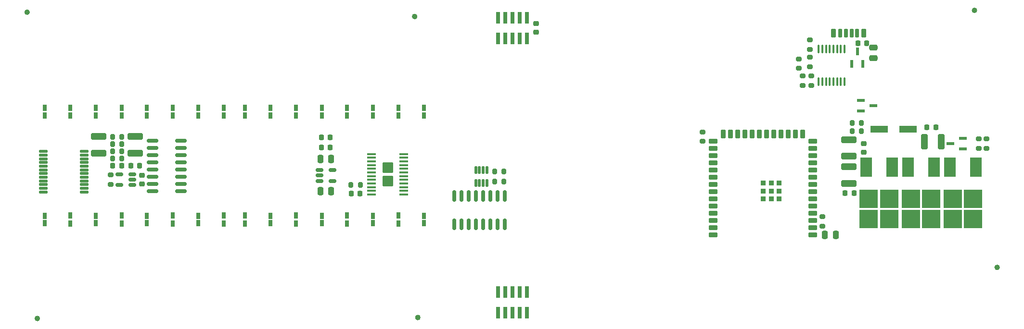
<source format=gtp>
G04 #@! TF.GenerationSoftware,KiCad,Pcbnew,(7.0.0-122-g9f10c142c4)*
G04 #@! TF.CreationDate,2023-02-26T11:30:32+09:00*
G04 #@! TF.ProjectId,qLAMP-main,714c414d-502d-46d6-9169-6e2e6b696361,rev?*
G04 #@! TF.SameCoordinates,Original*
G04 #@! TF.FileFunction,Paste,Top*
G04 #@! TF.FilePolarity,Positive*
%FSLAX46Y46*%
G04 Gerber Fmt 4.6, Leading zero omitted, Abs format (unit mm)*
G04 Created by KiCad (PCBNEW (7.0.0-122-g9f10c142c4)) date 2023-02-26 11:30:32*
%MOMM*%
%LPD*%
G01*
G04 APERTURE LIST*
G04 Aperture macros list*
%AMRoundRect*
0 Rectangle with rounded corners*
0 $1 Rounding radius*
0 $2 $3 $4 $5 $6 $7 $8 $9 X,Y pos of 4 corners*
0 Add a 4 corners polygon primitive as box body*
4,1,4,$2,$3,$4,$5,$6,$7,$8,$9,$2,$3,0*
0 Add four circle primitives for the rounded corners*
1,1,$1+$1,$2,$3*
1,1,$1+$1,$4,$5*
1,1,$1+$1,$6,$7*
1,1,$1+$1,$8,$9*
0 Add four rect primitives between the rounded corners*
20,1,$1+$1,$2,$3,$4,$5,0*
20,1,$1+$1,$4,$5,$6,$7,0*
20,1,$1+$1,$6,$7,$8,$9,0*
20,1,$1+$1,$8,$9,$2,$3,0*%
G04 Aperture macros list end*
%ADD10C,0.475000*%
%ADD11C,0.120000*%
%ADD12RoundRect,0.100000X-0.100000X0.637500X-0.100000X-0.637500X0.100000X-0.637500X0.100000X0.637500X0*%
%ADD13RoundRect,0.150000X-0.512500X-0.150000X0.512500X-0.150000X0.512500X0.150000X-0.512500X0.150000X0*%
%ADD14RoundRect,0.250000X-0.250000X-0.475000X0.250000X-0.475000X0.250000X0.475000X-0.250000X0.475000X0*%
%ADD15R,3.098800X1.219200*%
%ADD16RoundRect,0.225000X-0.225000X-0.250000X0.225000X-0.250000X0.225000X0.250000X-0.225000X0.250000X0*%
%ADD17RoundRect,0.250000X-0.325000X-1.100000X0.325000X-1.100000X0.325000X1.100000X-0.325000X1.100000X0*%
%ADD18RoundRect,0.250000X-1.100000X0.325000X-1.100000X-0.325000X1.100000X-0.325000X1.100000X0.325000X0*%
%ADD19RoundRect,0.250000X0.250000X0.475000X-0.250000X0.475000X-0.250000X-0.475000X0.250000X-0.475000X0*%
%ADD20RoundRect,0.250000X1.100000X-0.325000X1.100000X0.325000X-1.100000X0.325000X-1.100000X-0.325000X0*%
%ADD21RoundRect,0.000000X0.700000X0.175671X-0.700000X0.175671X-0.700000X-0.175671X0.700000X-0.175671X0*%
%ADD22RoundRect,0.225000X-0.250000X0.225000X-0.250000X-0.225000X0.250000X-0.225000X0.250000X0.225000X0*%
%ADD23RoundRect,0.109795X-0.109795X0.552705X-0.109795X-0.552705X0.109795X-0.552705X0.109795X0.552705X0*%
%ADD24RoundRect,0.150000X0.512500X0.150000X-0.512500X0.150000X-0.512500X-0.150000X0.512500X-0.150000X0*%
%ADD25RoundRect,0.200000X0.200000X0.275000X-0.200000X0.275000X-0.200000X-0.275000X0.200000X-0.275000X0*%
%ADD26RoundRect,0.150000X-0.150000X0.825000X-0.150000X-0.825000X0.150000X-0.825000X0.150000X0.825000X0*%
%ADD27R,1.320800X0.558800*%
%ADD28R,0.558800X1.320800*%
%ADD29RoundRect,0.250000X0.715000X0.695000X-0.715000X0.695000X-0.715000X-0.695000X0.715000X-0.695000X0*%
%ADD30RoundRect,0.100000X0.687500X0.100000X-0.687500X0.100000X-0.687500X-0.100000X0.687500X-0.100000X0*%
%ADD31RoundRect,0.200000X0.275000X-0.200000X0.275000X0.200000X-0.275000X0.200000X-0.275000X-0.200000X0*%
%ADD32RoundRect,0.200000X-0.275000X0.200000X-0.275000X-0.200000X0.275000X-0.200000X0.275000X0.200000X0*%
%ADD33RoundRect,0.200000X-0.200000X-0.275000X0.200000X-0.275000X0.200000X0.275000X-0.200000X0.275000X0*%
%ADD34RoundRect,0.225000X0.225000X0.250000X-0.225000X0.250000X-0.225000X-0.250000X0.225000X-0.250000X0*%
%ADD35RoundRect,0.100000X0.250000X0.650000X-0.250000X0.650000X-0.250000X-0.650000X0.250000X-0.650000X0*%
%ADD36RoundRect,0.100000X0.300000X0.650000X-0.300000X0.650000X-0.300000X-0.650000X0.300000X-0.650000X0*%
%ADD37RoundRect,0.150000X-0.825000X-0.150000X0.825000X-0.150000X0.825000X0.150000X-0.825000X0.150000X0*%
%ADD38R,0.750000X2.100000*%
%ADD39RoundRect,0.250000X0.475000X-0.250000X0.475000X0.250000X-0.475000X0.250000X-0.475000X-0.250000X0*%
%ADD40RoundRect,0.225000X0.525000X0.225000X-0.525000X0.225000X-0.525000X-0.225000X0.525000X-0.225000X0*%
%ADD41RoundRect,0.225000X-0.225000X0.525000X-0.225000X-0.525000X0.225000X-0.525000X0.225000X0.525000X0*%
%ADD42RoundRect,0.225000X-0.525000X-0.225000X0.525000X-0.225000X0.525000X0.225000X-0.525000X0.225000X0*%
%ADD43RoundRect,0.225000X-0.225000X-0.225000X0.225000X-0.225000X0.225000X0.225000X-0.225000X0.225000X0*%
%ADD44R,3.300000X3.300000*%
%ADD45R,2.000000X3.500000*%
G04 APERTURE END LIST*
D10*
X145217500Y-88830000D02*
G75*
G03*
X145217500Y-88830000I-237500J0D01*
G01*
X78277500Y-89000000D02*
G75*
G03*
X78277500Y-89000000I-237500J0D01*
G01*
X76473500Y-35000000D02*
G75*
G03*
X76473500Y-35000000I-237500J0D01*
G01*
X247152500Y-80000000D02*
G75*
G03*
X247152500Y-80000000I-237500J0D01*
G01*
X144662500Y-35770000D02*
G75*
G03*
X144662500Y-35770000I-237500J0D01*
G01*
X243162500Y-34690000D02*
G75*
G03*
X243162500Y-34690000I-237500J0D01*
G01*
G36*
X128332219Y-72651633D02*
G01*
X127732219Y-72651633D01*
X127732219Y-71651633D01*
X128332219Y-71651633D01*
X128332219Y-72651633D01*
G37*
D11*
X128332219Y-72651633D02*
X127732219Y-72651633D01*
X127732219Y-71651633D01*
X128332219Y-71651633D01*
X128332219Y-72651633D01*
G36*
X128332219Y-71351633D02*
G01*
X127732219Y-71351633D01*
X127732219Y-70351633D01*
X128332219Y-70351633D01*
X128332219Y-71351633D01*
G37*
X128332219Y-71351633D02*
X127732219Y-71351633D01*
X127732219Y-70351633D01*
X128332219Y-70351633D01*
X128332219Y-71351633D01*
G36*
X123802219Y-72701633D02*
G01*
X123202219Y-72701633D01*
X123202219Y-71701633D01*
X123802219Y-71701633D01*
X123802219Y-72701633D01*
G37*
X123802219Y-72701633D02*
X123202219Y-72701633D01*
X123202219Y-71701633D01*
X123802219Y-71701633D01*
X123802219Y-72701633D01*
G36*
X123802219Y-71301633D02*
G01*
X123202219Y-71301633D01*
X123202219Y-70301633D01*
X123802219Y-70301633D01*
X123802219Y-71301633D01*
G37*
X123802219Y-71301633D02*
X123202219Y-71301633D01*
X123202219Y-70301633D01*
X123802219Y-70301633D01*
X123802219Y-71301633D01*
G36*
X137332219Y-53652054D02*
G01*
X136732219Y-53652054D01*
X136732219Y-52652054D01*
X137332219Y-52652054D01*
X137332219Y-53652054D01*
G37*
X137332219Y-53652054D02*
X136732219Y-53652054D01*
X136732219Y-52652054D01*
X137332219Y-52652054D01*
X137332219Y-53652054D01*
G36*
X137332219Y-52352054D02*
G01*
X136732219Y-52352054D01*
X136732219Y-51352054D01*
X137332219Y-51352054D01*
X137332219Y-52352054D01*
G37*
X137332219Y-52352054D02*
X136732219Y-52352054D01*
X136732219Y-51352054D01*
X137332219Y-51352054D01*
X137332219Y-52352054D01*
G36*
X132802219Y-53702054D02*
G01*
X132202219Y-53702054D01*
X132202219Y-52702054D01*
X132802219Y-52702054D01*
X132802219Y-53702054D01*
G37*
X132802219Y-53702054D02*
X132202219Y-53702054D01*
X132202219Y-52702054D01*
X132802219Y-52702054D01*
X132802219Y-53702054D01*
G36*
X132802219Y-52302054D02*
G01*
X132202219Y-52302054D01*
X132202219Y-51302054D01*
X132802219Y-51302054D01*
X132802219Y-52302054D01*
G37*
X132802219Y-52302054D02*
X132202219Y-52302054D01*
X132202219Y-51302054D01*
X132802219Y-51302054D01*
X132802219Y-52302054D01*
G36*
X97582211Y-71351633D02*
G01*
X96982211Y-71351633D01*
X96982211Y-70351633D01*
X97582211Y-70351633D01*
X97582211Y-71351633D01*
G37*
X97582211Y-71351633D02*
X96982211Y-71351633D01*
X96982211Y-70351633D01*
X97582211Y-70351633D01*
X97582211Y-71351633D01*
G36*
X97582211Y-72651633D02*
G01*
X96982211Y-72651633D01*
X96982211Y-71651633D01*
X97582211Y-71651633D01*
X97582211Y-72651633D01*
G37*
X97582211Y-72651633D02*
X96982211Y-72651633D01*
X96982211Y-71651633D01*
X97582211Y-71651633D01*
X97582211Y-72651633D01*
G36*
X102112211Y-71301633D02*
G01*
X101512211Y-71301633D01*
X101512211Y-70301633D01*
X102112211Y-70301633D01*
X102112211Y-71301633D01*
G37*
X102112211Y-71301633D02*
X101512211Y-71301633D01*
X101512211Y-70301633D01*
X102112211Y-70301633D01*
X102112211Y-71301633D01*
G36*
X102112211Y-72701633D02*
G01*
X101512211Y-72701633D01*
X101512211Y-71701633D01*
X102112211Y-71701633D01*
X102112211Y-72701633D01*
G37*
X102112211Y-72701633D02*
X101512211Y-72701633D01*
X101512211Y-71701633D01*
X102112211Y-71701633D01*
X102112211Y-72701633D01*
G36*
X97582211Y-52352054D02*
G01*
X96982211Y-52352054D01*
X96982211Y-51352054D01*
X97582211Y-51352054D01*
X97582211Y-52352054D01*
G37*
X97582211Y-52352054D02*
X96982211Y-52352054D01*
X96982211Y-51352054D01*
X97582211Y-51352054D01*
X97582211Y-52352054D01*
G36*
X97582211Y-53652054D02*
G01*
X96982211Y-53652054D01*
X96982211Y-52652054D01*
X97582211Y-52652054D01*
X97582211Y-53652054D01*
G37*
X97582211Y-53652054D02*
X96982211Y-53652054D01*
X96982211Y-52652054D01*
X97582211Y-52652054D01*
X97582211Y-53652054D01*
G36*
X102112211Y-52302054D02*
G01*
X101512211Y-52302054D01*
X101512211Y-51302054D01*
X102112211Y-51302054D01*
X102112211Y-52302054D01*
G37*
X102112211Y-52302054D02*
X101512211Y-52302054D01*
X101512211Y-51302054D01*
X102112211Y-51302054D01*
X102112211Y-52302054D01*
G36*
X102112211Y-53702054D02*
G01*
X101512211Y-53702054D01*
X101512211Y-52702054D01*
X102112211Y-52702054D01*
X102112211Y-53702054D01*
G37*
X102112211Y-53702054D02*
X101512211Y-53702054D01*
X101512211Y-52702054D01*
X102112211Y-52702054D01*
X102112211Y-53702054D01*
G36*
X79582211Y-71351633D02*
G01*
X78982211Y-71351633D01*
X78982211Y-70351633D01*
X79582211Y-70351633D01*
X79582211Y-71351633D01*
G37*
X79582211Y-71351633D02*
X78982211Y-71351633D01*
X78982211Y-70351633D01*
X79582211Y-70351633D01*
X79582211Y-71351633D01*
G36*
X79582211Y-72651633D02*
G01*
X78982211Y-72651633D01*
X78982211Y-71651633D01*
X79582211Y-71651633D01*
X79582211Y-72651633D01*
G37*
X79582211Y-72651633D02*
X78982211Y-72651633D01*
X78982211Y-71651633D01*
X79582211Y-71651633D01*
X79582211Y-72651633D01*
G36*
X84112211Y-71301633D02*
G01*
X83512211Y-71301633D01*
X83512211Y-70301633D01*
X84112211Y-70301633D01*
X84112211Y-71301633D01*
G37*
X84112211Y-71301633D02*
X83512211Y-71301633D01*
X83512211Y-70301633D01*
X84112211Y-70301633D01*
X84112211Y-71301633D01*
G36*
X84112211Y-72701633D02*
G01*
X83512211Y-72701633D01*
X83512211Y-71701633D01*
X84112211Y-71701633D01*
X84112211Y-72701633D01*
G37*
X84112211Y-72701633D02*
X83512211Y-72701633D01*
X83512211Y-71701633D01*
X84112211Y-71701633D01*
X84112211Y-72701633D01*
G36*
X119332219Y-72651633D02*
G01*
X118732219Y-72651633D01*
X118732219Y-71651633D01*
X119332219Y-71651633D01*
X119332219Y-72651633D01*
G37*
X119332219Y-72651633D02*
X118732219Y-72651633D01*
X118732219Y-71651633D01*
X119332219Y-71651633D01*
X119332219Y-72651633D01*
G36*
X119332219Y-71351633D02*
G01*
X118732219Y-71351633D01*
X118732219Y-70351633D01*
X119332219Y-70351633D01*
X119332219Y-71351633D01*
G37*
X119332219Y-71351633D02*
X118732219Y-71351633D01*
X118732219Y-70351633D01*
X119332219Y-70351633D01*
X119332219Y-71351633D01*
G36*
X114802219Y-72701633D02*
G01*
X114202219Y-72701633D01*
X114202219Y-71701633D01*
X114802219Y-71701633D01*
X114802219Y-72701633D01*
G37*
X114802219Y-72701633D02*
X114202219Y-72701633D01*
X114202219Y-71701633D01*
X114802219Y-71701633D01*
X114802219Y-72701633D01*
G36*
X114802219Y-71301633D02*
G01*
X114202219Y-71301633D01*
X114202219Y-70301633D01*
X114802219Y-70301633D01*
X114802219Y-71301633D01*
G37*
X114802219Y-71301633D02*
X114202219Y-71301633D01*
X114202219Y-70301633D01*
X114802219Y-70301633D01*
X114802219Y-71301633D01*
G36*
X106582211Y-71351633D02*
G01*
X105982211Y-71351633D01*
X105982211Y-70351633D01*
X106582211Y-70351633D01*
X106582211Y-71351633D01*
G37*
X106582211Y-71351633D02*
X105982211Y-71351633D01*
X105982211Y-70351633D01*
X106582211Y-70351633D01*
X106582211Y-71351633D01*
G36*
X106582211Y-72651633D02*
G01*
X105982211Y-72651633D01*
X105982211Y-71651633D01*
X106582211Y-71651633D01*
X106582211Y-72651633D01*
G37*
X106582211Y-72651633D02*
X105982211Y-72651633D01*
X105982211Y-71651633D01*
X106582211Y-71651633D01*
X106582211Y-72651633D01*
G36*
X111112211Y-71301633D02*
G01*
X110512211Y-71301633D01*
X110512211Y-70301633D01*
X111112211Y-70301633D01*
X111112211Y-71301633D01*
G37*
X111112211Y-71301633D02*
X110512211Y-71301633D01*
X110512211Y-70301633D01*
X111112211Y-70301633D01*
X111112211Y-71301633D01*
G36*
X111112211Y-72701633D02*
G01*
X110512211Y-72701633D01*
X110512211Y-71701633D01*
X111112211Y-71701633D01*
X111112211Y-72701633D01*
G37*
X111112211Y-72701633D02*
X110512211Y-72701633D01*
X110512211Y-71701633D01*
X111112211Y-71701633D01*
X111112211Y-72701633D01*
G36*
X119332219Y-53652054D02*
G01*
X118732219Y-53652054D01*
X118732219Y-52652054D01*
X119332219Y-52652054D01*
X119332219Y-53652054D01*
G37*
X119332219Y-53652054D02*
X118732219Y-53652054D01*
X118732219Y-52652054D01*
X119332219Y-52652054D01*
X119332219Y-53652054D01*
G36*
X119332219Y-52352054D02*
G01*
X118732219Y-52352054D01*
X118732219Y-51352054D01*
X119332219Y-51352054D01*
X119332219Y-52352054D01*
G37*
X119332219Y-52352054D02*
X118732219Y-52352054D01*
X118732219Y-51352054D01*
X119332219Y-51352054D01*
X119332219Y-52352054D01*
G36*
X114802219Y-53702054D02*
G01*
X114202219Y-53702054D01*
X114202219Y-52702054D01*
X114802219Y-52702054D01*
X114802219Y-53702054D01*
G37*
X114802219Y-53702054D02*
X114202219Y-53702054D01*
X114202219Y-52702054D01*
X114802219Y-52702054D01*
X114802219Y-53702054D01*
G36*
X114802219Y-52302054D02*
G01*
X114202219Y-52302054D01*
X114202219Y-51302054D01*
X114802219Y-51302054D01*
X114802219Y-52302054D01*
G37*
X114802219Y-52302054D02*
X114202219Y-52302054D01*
X114202219Y-51302054D01*
X114802219Y-51302054D01*
X114802219Y-52302054D01*
G36*
X106582211Y-52352054D02*
G01*
X105982211Y-52352054D01*
X105982211Y-51352054D01*
X106582211Y-51352054D01*
X106582211Y-52352054D01*
G37*
X106582211Y-52352054D02*
X105982211Y-52352054D01*
X105982211Y-51352054D01*
X106582211Y-51352054D01*
X106582211Y-52352054D01*
G36*
X106582211Y-53652054D02*
G01*
X105982211Y-53652054D01*
X105982211Y-52652054D01*
X106582211Y-52652054D01*
X106582211Y-53652054D01*
G37*
X106582211Y-53652054D02*
X105982211Y-53652054D01*
X105982211Y-52652054D01*
X106582211Y-52652054D01*
X106582211Y-53652054D01*
G36*
X111112211Y-52302054D02*
G01*
X110512211Y-52302054D01*
X110512211Y-51302054D01*
X111112211Y-51302054D01*
X111112211Y-52302054D01*
G37*
X111112211Y-52302054D02*
X110512211Y-52302054D01*
X110512211Y-51302054D01*
X111112211Y-51302054D01*
X111112211Y-52302054D01*
G36*
X111112211Y-53702054D02*
G01*
X110512211Y-53702054D01*
X110512211Y-52702054D01*
X111112211Y-52702054D01*
X111112211Y-53702054D01*
G37*
X111112211Y-53702054D02*
X110512211Y-53702054D01*
X110512211Y-52702054D01*
X111112211Y-52702054D01*
X111112211Y-53702054D01*
G36*
X88582211Y-71351633D02*
G01*
X87982211Y-71351633D01*
X87982211Y-70351633D01*
X88582211Y-70351633D01*
X88582211Y-71351633D01*
G37*
X88582211Y-71351633D02*
X87982211Y-71351633D01*
X87982211Y-70351633D01*
X88582211Y-70351633D01*
X88582211Y-71351633D01*
G36*
X88582211Y-72651633D02*
G01*
X87982211Y-72651633D01*
X87982211Y-71651633D01*
X88582211Y-71651633D01*
X88582211Y-72651633D01*
G37*
X88582211Y-72651633D02*
X87982211Y-72651633D01*
X87982211Y-71651633D01*
X88582211Y-71651633D01*
X88582211Y-72651633D01*
G36*
X93112211Y-71301633D02*
G01*
X92512211Y-71301633D01*
X92512211Y-70301633D01*
X93112211Y-70301633D01*
X93112211Y-71301633D01*
G37*
X93112211Y-71301633D02*
X92512211Y-71301633D01*
X92512211Y-70301633D01*
X93112211Y-70301633D01*
X93112211Y-71301633D01*
G36*
X93112211Y-72701633D02*
G01*
X92512211Y-72701633D01*
X92512211Y-71701633D01*
X93112211Y-71701633D01*
X93112211Y-72701633D01*
G37*
X93112211Y-72701633D02*
X92512211Y-72701633D01*
X92512211Y-71701633D01*
X93112211Y-71701633D01*
X93112211Y-72701633D01*
G36*
X128332219Y-53652054D02*
G01*
X127732219Y-53652054D01*
X127732219Y-52652054D01*
X128332219Y-52652054D01*
X128332219Y-53652054D01*
G37*
X128332219Y-53652054D02*
X127732219Y-53652054D01*
X127732219Y-52652054D01*
X128332219Y-52652054D01*
X128332219Y-53652054D01*
G36*
X128332219Y-52352054D02*
G01*
X127732219Y-52352054D01*
X127732219Y-51352054D01*
X128332219Y-51352054D01*
X128332219Y-52352054D01*
G37*
X128332219Y-52352054D02*
X127732219Y-52352054D01*
X127732219Y-51352054D01*
X128332219Y-51352054D01*
X128332219Y-52352054D01*
G36*
X123802219Y-53702054D02*
G01*
X123202219Y-53702054D01*
X123202219Y-52702054D01*
X123802219Y-52702054D01*
X123802219Y-53702054D01*
G37*
X123802219Y-53702054D02*
X123202219Y-53702054D01*
X123202219Y-52702054D01*
X123802219Y-52702054D01*
X123802219Y-53702054D01*
G36*
X123802219Y-52302054D02*
G01*
X123202219Y-52302054D01*
X123202219Y-51302054D01*
X123802219Y-51302054D01*
X123802219Y-52302054D01*
G37*
X123802219Y-52302054D02*
X123202219Y-52302054D01*
X123202219Y-51302054D01*
X123802219Y-51302054D01*
X123802219Y-52302054D01*
G36*
X146332219Y-72651633D02*
G01*
X145732219Y-72651633D01*
X145732219Y-71651633D01*
X146332219Y-71651633D01*
X146332219Y-72651633D01*
G37*
X146332219Y-72651633D02*
X145732219Y-72651633D01*
X145732219Y-71651633D01*
X146332219Y-71651633D01*
X146332219Y-72651633D01*
G36*
X146332219Y-71351633D02*
G01*
X145732219Y-71351633D01*
X145732219Y-70351633D01*
X146332219Y-70351633D01*
X146332219Y-71351633D01*
G37*
X146332219Y-71351633D02*
X145732219Y-71351633D01*
X145732219Y-70351633D01*
X146332219Y-70351633D01*
X146332219Y-71351633D01*
G36*
X141802219Y-72701633D02*
G01*
X141202219Y-72701633D01*
X141202219Y-71701633D01*
X141802219Y-71701633D01*
X141802219Y-72701633D01*
G37*
X141802219Y-72701633D02*
X141202219Y-72701633D01*
X141202219Y-71701633D01*
X141802219Y-71701633D01*
X141802219Y-72701633D01*
G36*
X141802219Y-71301633D02*
G01*
X141202219Y-71301633D01*
X141202219Y-70301633D01*
X141802219Y-70301633D01*
X141802219Y-71301633D01*
G37*
X141802219Y-71301633D02*
X141202219Y-71301633D01*
X141202219Y-70301633D01*
X141802219Y-70301633D01*
X141802219Y-71301633D01*
G36*
X88582211Y-52352054D02*
G01*
X87982211Y-52352054D01*
X87982211Y-51352054D01*
X88582211Y-51352054D01*
X88582211Y-52352054D01*
G37*
X88582211Y-52352054D02*
X87982211Y-52352054D01*
X87982211Y-51352054D01*
X88582211Y-51352054D01*
X88582211Y-52352054D01*
G36*
X88582211Y-53652054D02*
G01*
X87982211Y-53652054D01*
X87982211Y-52652054D01*
X88582211Y-52652054D01*
X88582211Y-53652054D01*
G37*
X88582211Y-53652054D02*
X87982211Y-53652054D01*
X87982211Y-52652054D01*
X88582211Y-52652054D01*
X88582211Y-53652054D01*
G36*
X93112211Y-52302054D02*
G01*
X92512211Y-52302054D01*
X92512211Y-51302054D01*
X93112211Y-51302054D01*
X93112211Y-52302054D01*
G37*
X93112211Y-52302054D02*
X92512211Y-52302054D01*
X92512211Y-51302054D01*
X93112211Y-51302054D01*
X93112211Y-52302054D01*
G36*
X93112211Y-53702054D02*
G01*
X92512211Y-53702054D01*
X92512211Y-52702054D01*
X93112211Y-52702054D01*
X93112211Y-53702054D01*
G37*
X93112211Y-53702054D02*
X92512211Y-53702054D01*
X92512211Y-52702054D01*
X93112211Y-52702054D01*
X93112211Y-53702054D01*
G36*
X146332219Y-53652054D02*
G01*
X145732219Y-53652054D01*
X145732219Y-52652054D01*
X146332219Y-52652054D01*
X146332219Y-53652054D01*
G37*
X146332219Y-53652054D02*
X145732219Y-53652054D01*
X145732219Y-52652054D01*
X146332219Y-52652054D01*
X146332219Y-53652054D01*
G36*
X146332219Y-52352054D02*
G01*
X145732219Y-52352054D01*
X145732219Y-51352054D01*
X146332219Y-51352054D01*
X146332219Y-52352054D01*
G37*
X146332219Y-52352054D02*
X145732219Y-52352054D01*
X145732219Y-51352054D01*
X146332219Y-51352054D01*
X146332219Y-52352054D01*
G36*
X141802219Y-53702054D02*
G01*
X141202219Y-53702054D01*
X141202219Y-52702054D01*
X141802219Y-52702054D01*
X141802219Y-53702054D01*
G37*
X141802219Y-53702054D02*
X141202219Y-53702054D01*
X141202219Y-52702054D01*
X141802219Y-52702054D01*
X141802219Y-53702054D01*
G36*
X141802219Y-52302054D02*
G01*
X141202219Y-52302054D01*
X141202219Y-51302054D01*
X141802219Y-51302054D01*
X141802219Y-52302054D01*
G37*
X141802219Y-52302054D02*
X141202219Y-52302054D01*
X141202219Y-51302054D01*
X141802219Y-51302054D01*
X141802219Y-52302054D01*
G36*
X79582211Y-52352054D02*
G01*
X78982211Y-52352054D01*
X78982211Y-51352054D01*
X79582211Y-51352054D01*
X79582211Y-52352054D01*
G37*
X79582211Y-52352054D02*
X78982211Y-52352054D01*
X78982211Y-51352054D01*
X79582211Y-51352054D01*
X79582211Y-52352054D01*
G36*
X79582211Y-53652054D02*
G01*
X78982211Y-53652054D01*
X78982211Y-52652054D01*
X79582211Y-52652054D01*
X79582211Y-53652054D01*
G37*
X79582211Y-53652054D02*
X78982211Y-53652054D01*
X78982211Y-52652054D01*
X79582211Y-52652054D01*
X79582211Y-53652054D01*
G36*
X84112211Y-52302054D02*
G01*
X83512211Y-52302054D01*
X83512211Y-51302054D01*
X84112211Y-51302054D01*
X84112211Y-52302054D01*
G37*
X84112211Y-52302054D02*
X83512211Y-52302054D01*
X83512211Y-51302054D01*
X84112211Y-51302054D01*
X84112211Y-52302054D01*
G36*
X84112211Y-53702054D02*
G01*
X83512211Y-53702054D01*
X83512211Y-52702054D01*
X84112211Y-52702054D01*
X84112211Y-53702054D01*
G37*
X84112211Y-53702054D02*
X83512211Y-53702054D01*
X83512211Y-52702054D01*
X84112211Y-52702054D01*
X84112211Y-53702054D01*
G36*
X137332219Y-72651633D02*
G01*
X136732219Y-72651633D01*
X136732219Y-71651633D01*
X137332219Y-71651633D01*
X137332219Y-72651633D01*
G37*
X137332219Y-72651633D02*
X136732219Y-72651633D01*
X136732219Y-71651633D01*
X137332219Y-71651633D01*
X137332219Y-72651633D01*
G36*
X137332219Y-71351633D02*
G01*
X136732219Y-71351633D01*
X136732219Y-70351633D01*
X137332219Y-70351633D01*
X137332219Y-71351633D01*
G37*
X137332219Y-71351633D02*
X136732219Y-71351633D01*
X136732219Y-70351633D01*
X137332219Y-70351633D01*
X137332219Y-71351633D01*
G36*
X132802219Y-72701633D02*
G01*
X132202219Y-72701633D01*
X132202219Y-71701633D01*
X132802219Y-71701633D01*
X132802219Y-72701633D01*
G37*
X132802219Y-72701633D02*
X132202219Y-72701633D01*
X132202219Y-71701633D01*
X132802219Y-71701633D01*
X132802219Y-72701633D01*
G36*
X132802219Y-71301633D02*
G01*
X132202219Y-71301633D01*
X132202219Y-70301633D01*
X132802219Y-70301633D01*
X132802219Y-71301633D01*
G37*
X132802219Y-71301633D02*
X132202219Y-71301633D01*
X132202219Y-70301633D01*
X132802219Y-70301633D01*
X132802219Y-71301633D01*
D12*
X220053002Y-41537300D03*
X219403002Y-41537300D03*
X218753002Y-41537300D03*
X218103002Y-41537300D03*
X217453002Y-41537300D03*
X216803002Y-41537300D03*
X216153002Y-41537300D03*
X215503002Y-41537300D03*
X215503002Y-47262300D03*
X216153002Y-47262300D03*
X216803002Y-47262300D03*
X217453002Y-47262300D03*
X218103002Y-47262300D03*
X218753002Y-47262300D03*
X219403002Y-47262300D03*
X220053002Y-47262300D03*
D13*
X127665878Y-62840011D03*
X127665878Y-63790011D03*
X127665878Y-64740011D03*
X129940878Y-64740011D03*
X129940878Y-62840011D03*
D14*
X127853378Y-60919989D03*
X129753378Y-60919989D03*
D15*
X231252699Y-55619999D03*
X226147299Y-55619999D03*
D16*
X128028376Y-58850000D03*
X129578376Y-58850000D03*
D17*
X234095000Y-57850000D03*
X237045000Y-57850000D03*
D16*
X234555000Y-55260000D03*
X236105000Y-55260000D03*
D18*
X220820000Y-57465000D03*
X220820000Y-60415000D03*
D16*
X220165000Y-66920000D03*
X221715000Y-66920000D03*
D19*
X129733376Y-66560000D03*
X127833376Y-66560000D03*
D16*
X222395000Y-40500000D03*
X223945000Y-40500000D03*
D20*
X95290005Y-59884989D03*
X95290005Y-56934989D03*
D21*
X86295999Y-66695011D03*
X86295999Y-66045013D03*
X86295999Y-65395012D03*
X86295999Y-64745012D03*
X86295999Y-64095012D03*
X86295999Y-63445012D03*
X86295999Y-62795012D03*
X86295999Y-62145012D03*
X86295999Y-61495012D03*
X86295999Y-60845012D03*
X86295999Y-60195011D03*
X86295999Y-59545013D03*
X79095999Y-59545013D03*
X79095999Y-60195011D03*
X79095999Y-60845012D03*
X79095999Y-61495012D03*
X79095999Y-62145012D03*
X79095999Y-62795012D03*
X79095999Y-63445012D03*
X79095999Y-64095012D03*
X79095999Y-64745012D03*
X79095999Y-65395012D03*
X79095999Y-66045013D03*
X79095999Y-66695011D03*
D22*
X96469200Y-63754992D03*
X96469200Y-65304992D03*
X165830000Y-37025000D03*
X165830000Y-38575000D03*
D16*
X91300000Y-62108000D03*
X92850000Y-62108000D03*
D23*
X157130441Y-62803500D03*
X156480441Y-62803500D03*
X155830441Y-62803500D03*
X155180441Y-62803500D03*
X155180441Y-65078500D03*
X155830441Y-65078500D03*
X156480441Y-65078500D03*
X157130441Y-65078500D03*
D24*
X94736500Y-65479992D03*
X94736500Y-64529992D03*
X94736500Y-63579992D03*
X92461500Y-63579992D03*
X92461500Y-65479992D03*
D25*
X160130422Y-64830000D03*
X158480422Y-64830000D03*
X160130422Y-63052000D03*
X158480422Y-63052000D03*
D26*
X160324200Y-67445000D03*
X159054200Y-67445000D03*
X157784200Y-67445000D03*
X156514200Y-67445000D03*
X155244200Y-67445000D03*
X153974200Y-67445000D03*
X152704200Y-67445000D03*
X151434200Y-67445000D03*
X151434200Y-72395000D03*
X152704200Y-72395000D03*
X153974200Y-72395000D03*
X155244200Y-72395000D03*
X156514200Y-72395000D03*
X157784200Y-72395000D03*
X159054200Y-72395000D03*
X160324200Y-72395000D03*
D16*
X128028376Y-57050000D03*
X129578376Y-57050000D03*
D27*
X222980524Y-50557924D03*
X222980524Y-52437524D03*
X225164924Y-51497724D03*
X240899999Y-59119999D03*
X240899999Y-57240399D03*
X238715599Y-58180199D03*
D28*
X221370199Y-44132199D03*
X223249799Y-44132199D03*
X222309999Y-41947799D03*
D29*
X139677500Y-64743000D03*
X139677500Y-62403000D03*
D30*
X142540000Y-67148000D03*
X142540000Y-66498000D03*
X142540000Y-65848000D03*
X142540000Y-65198000D03*
X142540000Y-64548000D03*
X142540000Y-63898000D03*
X142540000Y-63248000D03*
X142540000Y-62598000D03*
X142540000Y-61948000D03*
X142540000Y-61298000D03*
X142540000Y-60648000D03*
X142540000Y-59998000D03*
X136815000Y-59998000D03*
X136815000Y-60648000D03*
X136815000Y-61298000D03*
X136815000Y-61948000D03*
X136815000Y-62598000D03*
X136815000Y-63248000D03*
X136815000Y-63898000D03*
X136815000Y-64548000D03*
X136815000Y-65198000D03*
X136815000Y-65848000D03*
X136815000Y-66498000D03*
X136815000Y-67148000D03*
D31*
X212660000Y-47925000D03*
X212660000Y-46275000D03*
D19*
X218510000Y-74270000D03*
X216610000Y-74270000D03*
D25*
X223025000Y-55970000D03*
X221375000Y-55970000D03*
D31*
X245020000Y-58995000D03*
X245020000Y-57345000D03*
D32*
X213999716Y-39896200D03*
X213999716Y-41546200D03*
X213999716Y-42944200D03*
X213999716Y-44594200D03*
D33*
X221375000Y-54570000D03*
X223025000Y-54570000D03*
D32*
X243670000Y-57345000D03*
X243670000Y-58995000D03*
D25*
X134865000Y-65430000D03*
X133215000Y-65430000D03*
D32*
X216130000Y-71085000D03*
X216130000Y-72735000D03*
X214179710Y-46275000D03*
X214179710Y-47925000D03*
D34*
X134815000Y-67000000D03*
X133265000Y-67000000D03*
D20*
X220820000Y-65175000D03*
X220820000Y-62225000D03*
D22*
X223470000Y-58165000D03*
X223470000Y-59715000D03*
D35*
X221288000Y-38669782D03*
X219288000Y-38669782D03*
D36*
X218088000Y-38669782D03*
D35*
X220288000Y-38669782D03*
X222288000Y-38669782D03*
D36*
X223488000Y-38669782D03*
D18*
X88859995Y-56934989D03*
X88859995Y-59884989D03*
D37*
X98325000Y-57665000D03*
X98325000Y-58935000D03*
X98325000Y-60205000D03*
X98325000Y-61475000D03*
X98325000Y-62745000D03*
X98325000Y-64015000D03*
X98325000Y-65285000D03*
X98325000Y-66555000D03*
X103275000Y-66555000D03*
X103275000Y-65285000D03*
X103275000Y-64015000D03*
X103275000Y-62745000D03*
X103275000Y-61475000D03*
X103275000Y-60205000D03*
X103275000Y-58935000D03*
X103275000Y-57665000D03*
D38*
X164220999Y-87977999D03*
X164220999Y-84377999D03*
X162950999Y-87977999D03*
X162950999Y-84377999D03*
X161680999Y-87977999D03*
X161680999Y-84377999D03*
X160410999Y-87977999D03*
X160410999Y-84377999D03*
X159140999Y-87977999D03*
X159140999Y-84377999D03*
D25*
X92900000Y-59568000D03*
X91250000Y-59568000D03*
X92900000Y-57028000D03*
X91250000Y-57028000D03*
D39*
X225150000Y-43120000D03*
X225150000Y-41220000D03*
D31*
X195060000Y-57755000D03*
X195060000Y-56105000D03*
X212000000Y-44905000D03*
X212000000Y-43255000D03*
D38*
X159140999Y-36021999D03*
X159140999Y-39621999D03*
X160410999Y-36021999D03*
X160410999Y-39621999D03*
X161680999Y-36021999D03*
X161680999Y-39621999D03*
X162950999Y-36021999D03*
X162950999Y-39621999D03*
X164220999Y-36021999D03*
X164220999Y-39621999D03*
D40*
X214430000Y-74266000D03*
X214430000Y-72996000D03*
X214430000Y-71726000D03*
X214430000Y-70456000D03*
X214430000Y-69186000D03*
X214430000Y-67916000D03*
X214430000Y-66646000D03*
X214430000Y-65376000D03*
X214430000Y-64106000D03*
X214430000Y-62836000D03*
X214430000Y-61566000D03*
X214430000Y-60296000D03*
X214430000Y-59026000D03*
X214430000Y-57756000D03*
D41*
X212665000Y-56506000D03*
X211395000Y-56506000D03*
X210125000Y-56506000D03*
X208855000Y-56506000D03*
X207585000Y-56506000D03*
X206315000Y-56506000D03*
X205045000Y-56506000D03*
X203775000Y-56506000D03*
X202505000Y-56506000D03*
X201235000Y-56506000D03*
X199965000Y-56506000D03*
X198695000Y-56506000D03*
D42*
X196930000Y-57756000D03*
X196930000Y-59026000D03*
X196930000Y-60296000D03*
X196930000Y-61566000D03*
X196930000Y-62836000D03*
X196930000Y-64106000D03*
X196930000Y-65376000D03*
X196930000Y-66646000D03*
X196930000Y-67916000D03*
X196930000Y-69186000D03*
X196930000Y-70456000D03*
X196930000Y-71726000D03*
X196930000Y-72996000D03*
X196930000Y-74266000D03*
D43*
X208580000Y-67946000D03*
X208580000Y-66546000D03*
X208580000Y-65146000D03*
X207180000Y-67946000D03*
X207180000Y-66546000D03*
X207180000Y-65146000D03*
X205780000Y-67946000D03*
X205780000Y-66546000D03*
X205780000Y-65146000D03*
D34*
X96065005Y-62108000D03*
X94515005Y-62108000D03*
D33*
X91250000Y-58298000D03*
X92900000Y-58298000D03*
D44*
X227919999Y-67919999D03*
X224319999Y-67919999D03*
X227919999Y-71469999D03*
X224319999Y-71469999D03*
D45*
X228419999Y-62294999D03*
X223839999Y-62294999D03*
D44*
X242699999Y-67919999D03*
X239099999Y-67919999D03*
X242699999Y-71469999D03*
X239099999Y-71469999D03*
D45*
X238619999Y-62294999D03*
X243199999Y-62294999D03*
D25*
X92900000Y-60838000D03*
X91250000Y-60838000D03*
D44*
X235309999Y-67919999D03*
X231709999Y-67919999D03*
X235309999Y-71469999D03*
X231709999Y-71469999D03*
D45*
X235809999Y-62294999D03*
X231229999Y-62294999D03*
D31*
X90932000Y-65354992D03*
X90932000Y-63704992D03*
M02*

</source>
